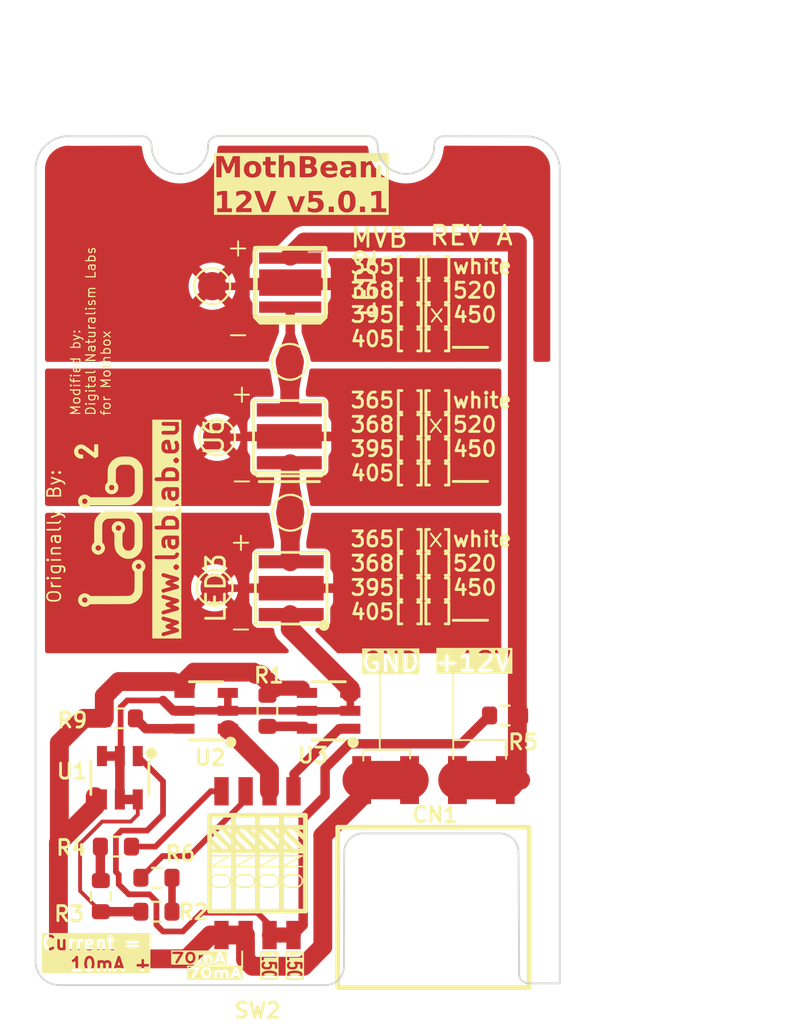
<source format=kicad_pcb>
(kicad_pcb (version 20241229) (generator "pcbnew") (generator_version "9.0")
  (layers (0 "F.Cu" signal) (2 "B.Cu" signal) (13 "F.Paste" user) (15 "B.Paste" user) (5 "F.SilkS" user "F.Silkscreen") (7 "B.SilkS" user "B.Silkscreen") (1 "F.Mask" user) (3 "B.Mask" user) (25 "Edge.Cuts" user))
  (net 0 "")
  (net 1 "/LED-")
  (net 2 "Net-(U3-REXT)")
  (net 3 "/LED+")
  (net 4 "EN")
  (net 5 "GND")
  (net 6 "Net-(R4-Pad2)")
  (net 7 "Net-(U2-REXT)")
  (net 8 "/T1")
  (net 9 "/T2")
  (net 10 "/T3")
  (net 11 "Net-(R6-Pad2)")
  (net 12 "Net-(R2-Pad2)")
  (net 13 "Net-(R3-Pad2)")
  (net 14 "Net-(U2-EN)")
  (net 15 "Net-(U3-EN)")
  (net 16 "Net-(LED2-K-Pad1)")
  (net 17 "Net-(U6-K)")
  (footprint "easyeda2kicad:SW-SMD_8P-L6.7-W5.4-P1.27-LS8.5" (layer "F.Cu") (at 111.011776 68.526537 180)
    (property "Reference" "SW2" (at 0 -7.81 0) (layer "F.SilkS") (effects (font (size 0.8 0.8))))
    (property "Value" "SW_DIP_x04")
    (fp_text user "ON" (at 1.91 -1.52 90) (layer "F.SilkS") (effects (font (thickness 0.08)) (justify left)))
    (fp_text user "ON" (at -0.64 -1.52 90) (layer "F.SilkS") (effects (font (thickness 0.08)) (justify left)))
    (fp_text user "ON" (at -1.91 -1.52 90) (layer "F.SilkS") (effects (font (thickness 0.08)) (justify left)))
    (fp_text user "ON" (at 0.63 -1.52 90) (layer "F.SilkS") (effects (font (thickness 0.08)) (justify left)))
    (pad "1" smd rect (at -1.91 3.81 90) (size 1.5 0.76) (layers "F.Cu" "F.Mask" "F.Paste") (net 15 "Net-(U3-EN)"))
    (pad "2" smd rect (at -0.64 3.81 90) (size 1.5 0.76) (layers "F.Cu" "F.Mask" "F.Paste") (net 14 "Net-(U2-EN)"))
    (pad "3" smd rect (at 0.63 3.81 90) (size 1.5 0.76) (layers "F.Cu" "F.Mask" "F.Paste") (net 11 "Net-(R6-Pad2)"))
    (pad "4" smd rect (at 1.91 3.81 90) (size 1.5 0.76) (layers "F.Cu" "F.Mask" "F.Paste") (net 6 "Net-(R4-Pad2)"))
    (pad "5" smd rect (at 1.91 -3.81 90) (size 1.5 0.76) (layers "F.Cu" "F.Mask" "F.Paste") (net 5 "GND"))
    (pad "6" smd rect (at 0.63 -3.81 90) (size 1.5 0.76) (layers "F.Cu" "F.Mask" "F.Paste") (net 5 "GND"))
    (pad "7" smd rect (at -0.64 -3.81 90) (size 1.5 0.76) (layers "F.Cu" "F.Mask" "F.Paste") (net 4 "EN"))
    (pad "8" smd rect (at -1.91 -3.81 90) (size 1.5 0.76) (layers "F.Cu" "F.Mask" "F.Paste") (net 4 "EN"))
  )
  (footprint "Resistor_SMD:R_0603_1608Metric" (layer "F.Cu") (at 105.65 69.3 180)
    (property "Reference" "R6" (at -1.272231 1.281084 180) (layer "F.SilkS") (effects (font (size 0.8 0.8))))
    (property "Value" "5.1 1/3 W")
    (pad "1" smd roundrect (at -0.825 0 180) (size 0.8 0.95) (layers "F.Cu" "F.Mask" "F.Paste") (net 12 "Net-(R2-Pad2)"))
    (pad "2" smd roundrect (at 0.825 0 180) (size 0.8 0.95) (layers "F.Cu" "F.Mask" "F.Paste") (net 11 "Net-(R6-Pad2)"))
  )
  (footprint "Resistor_SMD:R_0603_1608Metric" (layer "F.Cu") (at 103.709107 60.85 180)
    (property "Reference" "R9" (at 2.520185 -0.097834 180) (layer "F.SilkS") (effects (font (size 0.8 0.8))))
    (property "Value" "5.1 1/3 W")
    (pad "1" smd roundrect (at -0.825 0 180) (size 0.8 0.95) (layers "F.Cu" "F.Mask" "F.Paste") (net 7 "Net-(U2-REXT)"))
    (pad "2" smd roundrect (at 0.825 0 180) (size 0.8 0.95) (layers "F.Cu" "F.Mask" "F.Paste") (net 5 "GND"))
  )
  (footprint "TestPoint:TestPoint_Pad_D1.5mm" (layer "F.Cu") (at 112.75 49.95)
    (property "Reference" "TP1" (hide yes))
    (property "Value" "LED2+")
    (pad "1" smd circle (at 0 0) (size 1.5 1.5) (layers "F.Cu" "F.Mask") (net 17 "Net-(U6-K)"))
  )
  (footprint "TestPoint:TestPoint_Pad_D1.5mm" (layer "F.Cu") (at 108.61 37.94)
    (property "Reference" "TP2" (hide yes))
    (property "Value" "LED2+")
    (pad "1" smd circle (at 0 0) (size 1.5 1.5) (layers "F.Cu" "F.Mask") (net 8 "/T1"))
  )
  (footprint "TestPoint:TestPoint_Pad_D1.5mm" (layer "F.Cu") (at 108.74 53.93)
    (property "Reference" "TP5" (hide yes))
    (property "Value" "LED2+")
    (pad "1" smd circle (at 0 0) (size 1.5 1.5) (layers "F.Cu" "F.Mask") (net 10 "/T3"))
  )
  (footprint "easyeda2kicad:SOT-23-6_L2.9-W1.6-P0.95-LS2.8-BL" (layer "F.Cu") (at 103.709107 64 180)
    (property "Reference" "U1" (at 2.537559 0.341874 0) (layer "F.SilkS") (effects (font (size 0.8 0.8))))
    (property "Value" "BCR421U")
    (pad "1" smd rect (at -0.95 1.15 180) (size 0.53 1.07) (layers "F.Cu" "F.Mask" "F.Paste") (net 4 "EN"))
    (pad "2" smd rect (at 0 1.15 180) (size 0.53 1.07) (layers "F.Cu" "F.Mask" "F.Paste") (net 1 "/LED-"))
    (pad "3" smd rect (at 0.95 1.15 180) (size 0.53 1.07) (layers "F.Cu" "F.Mask" "F.Paste") (net 1 "/LED-"))
    (pad "4" smd rect (at 0.95 -1.15 180) (size 0.53 1.07) (layers "F.Cu" "F.Mask" "F.Paste") (net 5 "GND"))
    (pad "5" smd rect (at 0 -1.15 180) (size 0.53 1.07) (layers "F.Cu" "F.Mask" "F.Paste") (net 1 "/LED-"))
    (pad "6" smd rect (at -0.95 -1.15 180) (size 0.53 1.07) (layers "F.Cu" "F.Mask" "F.Paste") (net 1 "/LED-"))
  )
  (footprint "TestPoint:TestPoint_Pad_D1.5mm" (layer "F.Cu") (at 112.7246 41.95)
    (property "Reference" "TP3" (hide yes))
    (property "Value" "LED2+" (hide yes))
    (pad "1" smd circle (at 0 0) (size 1.5 1.5) (layers "F.Cu" "F.Mask") (net 16 "Net-(LED2-K-Pad1)"))
  )
  (footprint "Resistor_SMD:R_0603_1608Metric" (layer "F.Cu") (at 111.5375 60.45 90)
    (property "Reference" "R1" (at 1.875323 0.076744 180) (layer "F.SilkS") (effects (font (size 0.8 0.8))))
    (property "Value" "5.1 1/3 W")
    (pad "1" smd roundrect (at -0.825 0 90) (size 0.8 0.95) (layers "F.Cu" "F.Mask" "F.Paste") (net 2 "Net-(U3-REXT)"))
    (pad "2" smd roundrect (at 0.825 0 90) (size 0.8 0.95) (layers "F.Cu" "F.Mask" "F.Paste") (net 5 "GND"))
  )
  (footprint "Resistor_SMD:R_0603_1608Metric" (layer "F.Cu") (at 103.5 67.65)
    (property "Reference" "R4" (at -2.375421 0.061806 0) (layer "F.SilkS") (effects (font (size 0.8 0.8))))
    (property "Value" "5.1 1/3 W")
    (pad "1" smd roundrect (at -0.825 0) (size 0.8 0.95) (layers "F.Cu" "F.Mask" "F.Paste") (net 13 "Net-(R3-Pad2)"))
    (pad "2" smd roundrect (at 0.825 0) (size 0.8 0.95) (layers "F.Cu" "F.Mask" "F.Paste") (net 6 "Net-(R4-Pad2)"))
  )
  (footprint "easyeda2kicad:HDR-SMD_4P-P2.54-H-F" (layer "F.Cu") (at 120.35 64.1225)
    (property "Reference" "CN1" (at 0.079908 1.834649 0) (layer "F.SilkS") (effects (font (size 0.8 0.8))))
    (property "Value" "X6511FRS-04-C85D30")
    (pad "1" smd rect (at -3.81 0) (size 1 2.54) (layers "F.Cu" "F.Mask" "F.Paste") (net 5 "GND"))
    (pad "2" smd rect (at -1.27 0) (size 1 2.54) (layers "F.Cu" "F.Mask" "F.Paste") (net 5 "GND"))
    (pad "3" smd rect (at 1.27 0) (size 1 2.54) (layers "F.Cu" "F.Mask" "F.Paste") (net 3 "/LED+"))
    (pad "4" smd rect (at 3.81 0) (size 1 2.54) (layers "F.Cu" "F.Mask" "F.Paste") (net 3 "/LED+"))
  )
  (footprint "Resistor_SMD:R_0603_1608Metric" (layer "F.Cu") (at 124.15 60.7 180)
    (property "Reference" "R5" (at -0.957592 -1.409566 180) (layer "F.SilkS") (effects (font (size 0.8 0.8))))
    (property "Value" "5.1 1/3 W")
    (pad "1" smd roundrect (at -0.825 0 180) (size 0.8 0.95) (layers "F.Cu" "F.Mask" "F.Paste") (net 3 "/LED+"))
    (pad "2" smd roundrect (at 0.825 0 180) (size 0.8 0.95) (layers "F.Cu" "F.Mask" "F.Paste") (net 4 "EN"))
  )
  (footprint "easyeda2kicad:LED-SMD_3P-L3.5-W3.5-R-RD_C9900043159" (layer "F.Cu") (at 112.7 45.9 90)
    (property "Reference" "U6" (at 0 -4 90) (layer "F.SilkS"))
    (property "Value" "JNJ-LEHG0113W120/45MIL/525-530NM")
    (pad "1" smd rect (at 1.4 0 90) (size 0.7 3.45) (layers "F.Cu" "F.Mask" "F.Paste") (net 16 "Net-(LED2-K-Pad1)"))
    (pad "2" smd rect (at 0 0 90) (size 1.3 3.45) (layers "F.Cu" "F.Mask" "F.Paste") (net 9 "/T2"))
    (pad "3" smd rect (at -1.4 0 90) (size 0.7 3.45) (layers "F.Cu" "F.Mask" "F.Paste") (net 17 "Net-(U6-K)"))
  )
  (footprint "easyeda2kicad:LED-SMD_3P-L3.5-W3.5_JNJ-LEJB0111W60" (layer "F.Cu") (at 112.75 37.75 -90)
    (property "Reference" "LED2" (at 0 -4 90) (layer "F.SilkS"))
    (property "Value" "JNJ-LEJB0111W60/26MIL/450-460NM")
    (pad "1" smd rect (at 1.3 0 270) (size 0.6 3.3) (layers "F.Cu" "F.Mask" "F.Paste") (net 16 "Net-(LED2-K-Pad1)"))
    (pad "2" smd rect (at 0 0 270) (size 1.4 3.3) (layers "F.Cu" "F.Mask" "F.Paste") (net 8 "/T1"))
    (pad "3" smd rect (at -1.3 0 270) (size 0.6 3.3) (layers "F.Cu" "F.Mask" "F.Paste") (net 3 "/LED+"))
  )
  (footprint "easyeda2kicad:SOT-23-6_L2.9-W1.6-P0.95-LS2.8-BL" (layer "F.Cu") (at 108.2875 60.45 90)
    (property "Reference" "U2" (at -2.487745 0.215318 180) (layer "F.SilkS") (effects (font (size 0.8 0.8))))
    (property "Value" "BCR421U")
    (pad "1" smd rect (at -0.95 1.15 90) (size 0.53 1.07) (layers "F.Cu" "F.Mask" "F.Paste") (net 14 "Net-(U2-EN)"))
    (pad "2" smd rect (at 0 1.15 90) (size 0.53 1.07) (layers "F.Cu" "F.Mask" "F.Paste") (net 1 "/LED-"))
    (pad "3" smd rect (at 0.95 1.15 90) (size 0.53 1.07) (layers "F.Cu" "F.Mask" "F.Paste") (net 1 "/LED-"))
    (pad "4" smd rect (at 0.95 -1.15 90) (size 0.53 1.07) (layers "F.Cu" "F.Mask" "F.Paste") (net 5 "GND"))
    (pad "5" smd rect (at 0 -1.15 90) (size 0.53 1.07) (layers "F.Cu" "F.Mask" "F.Paste") (net 1 "/LED-"))
    (pad "6" smd rect (at -0.95 -1.15 90) (size 0.53 1.07) (layers "F.Cu" "F.Mask" "F.Paste") (net 7 "Net-(U2-REXT)"))
  )
  (footprint "LabLab:logo_10mm_5mm" (layer "F.Cu") (at 103.14542 50.763703 90)
    (property "Reference" "H1" (hide yes))
    (property "Value" "LabLab Logo" (hide yes))
  )
  (footprint "Resistor_SMD:R_0603_1608Metric" (layer "F.Cu") (at 102.7 70.275 90)
    (property "Reference" "R3" (at -0.940671 -1.684815 180) (layer "F.SilkS") (effects (font (size 0.8 0.8))))
    (property "Value" "5.1 1/3 W")
    (pad "1" smd roundrect (at -0.825 0 90) (size 0.8 0.95) (layers "F.Cu" "F.Mask" "F.Paste") (net 1 "/LED-"))
    (pad "2" smd roundrect (at 0.825 0 90) (size 0.8 0.95) (layers "F.Cu" "F.Mask" "F.Paste") (net 13 "Net-(R3-Pad2)"))
  )
  (footprint "TestPoint:TestPoint_Pad_D1.5mm" (layer "F.Cu") (at 108.87 45.95)
    (property "Reference" "TP4" (hide yes))
    (property "Value" "LED2+")
    (pad "1" smd circle (at 0 0) (size 1.5 1.5) (layers "F.Cu" "F.Mask") (net 9 "/T2"))
  )
  (footprint "easyeda2kicad:LED-SMD_3P-L3.5-W3.5-R-RD-B" (layer "F.Cu") (at 112.8 53.95 90)
    (property "Reference" "LED3" (at 0 -4 90) (layer "F.SilkS"))
    (property "Value" "JNJ-LEJW0113W30/C36MIL/5500-6500K")
    (pad "1" smd rect (at 1.4 0 90) (size 0.7 3.45) (layers "F.Cu" "F.Mask" "F.Paste") (net 17 "Net-(U6-K)"))
    (pad "2" smd rect (at 0 0 90) (size 1.3 3.45) (layers "F.Cu" "F.Mask" "F.Paste") (net 10 "/T3"))
    (pad "3" smd rect (at -1.4 0 90) (size 0.7 3.45) (layers "F.Cu" "F.Mask" "F.Paste") (net 1 "/LED-"))
  )
  (footprint "Resistor_SMD:R_0603_1608Metric" (layer "F.Cu") (at 105.65 71.1)
    (property "Reference" "R2" (at 1.967178 0.011429 180) (layer "F.SilkS") (effects (font (size 0.8 0.8))))
    (property "Value" "5.1 1/3 W")
    (pad "1" smd roundrect (at -0.825 0) (size 0.8 0.95) (layers "F.Cu" "F.Mask" "F.Paste") (net 1 "/LED-"))
    (pad "2" smd roundrect (at 0.825 0) (size 0.8 0.95) (layers "F.Cu" "F.Mask" "F.Paste") (net 12 "Net-(R2-Pad2)"))
  )
  (footprint "easyeda2kicad:SOT-23-6_L2.9-W1.6-P0.95-LS2.8-BL" (layer "F.Cu") (at 114.7875 60.45 90)
    (property "Reference" "U3" (at -2.362654 -0.830741 180) (layer "F.SilkS") (effects (font (size 0.8 0.8))))
    (property "Value" "BCR421U")
    (pad "1" smd rect (at -0.95 1.15 90) (size 0.53 1.07) (layers "F.Cu" "F.Mask" "F.Paste") (net 15 "Net-(U3-EN)"))
    (pad "2" smd rect (at 0 1.15 90) (size 0.53 1.07) (layers "F.Cu" "F.Mask" "F.Paste") (net 1 "/LED-"))
    (pad "3" smd rect (at 0.95 1.15 90) (size 0.53 1.07) (layers "F.Cu" "F.Mask" "F.Paste") (net 1 "/LED-"))
    (pad "4" smd rect (at 0.95 -1.15 90) (size 0.53 1.07) (layers "F.Cu" "F.Mask" "F.Paste") (net 5 "GND"))
    (pad "5" smd rect (at 0 -1.15 90) (size 0.53 1.07) (layers "F.Cu" "F.Mask" "F.Paste") (net 1 "/LED-"))
    (pad "6" smd rect (at -0.95 -1.15 90) (size 0.53 1.07) (layers "F.Cu" "F.Mask" "F.Paste") (net 2 "Net-(U3-REXT)"))
  )
  (gr_line (start 112.85 55.35) (end 112.8 55.4) (stroke (width 0.2)) (layer "F.Cu") (net 1))
  (gr_line (start 121.4 62) (end 124.2 62) (stroke (width 0.1)) (layer "F.SilkS"))
  (gr_line (start 117.5 62.52) (end 116.63 62.52) (stroke (width 0.1)) (layer "F.SilkS"))
  (gr_line (start 116.63 62.52) (end 116.63 63.09) (stroke (width 0.1)) (layer "F.SilkS"))
  (gr_line (start 117.5 58.51) (end 117.5 61.61) (stroke (width 0.1)) (layer "F.SilkS"))
  (gr_line (start 110.199768 74.089612) (end 110.199768 73.204843) (stroke (width 0.1)) (layer "F.SilkS"))
  (gr_line (start 119.11 62.52) (end 119.11 62.98) (stroke (width 0.1)) (layer "F.SilkS"))
  (gr_line (start 124.2 62) (end 124.2 63) (stroke (width 0.1)) (layer "F.SilkS"))
  (gr_line (start 117.5 61.61) (end 117.5 62.52) (stroke (width 0.1)) (layer "F.SilkS"))
  (gr_line (start 121.4 58.41) (end 121.4 63.01) (stroke (width 0.1)) (layer "F.SilkS"))
  (gr_line (start 117.5 62.52) (end 119.11 62.52) (stroke (width 0.1)) (layer "F.SilkS"))
  (gr_arc (start 115.614653 67.951319) (mid 115.909519 67.241205) (end 116.623537 66.950292) (stroke (width 0.1)) (layer "Edge.Cuts"))
  (gr_line (start 126.446121 74.90042) (end 125.350032 74.89862) (stroke (width 0.1)) (layer "Edge.Cuts"))
  (gr_arc (start 116.89 29.99) (mid 117.24148 30.134386) (end 117.389965 30.484154) (stroke (width 0.1)) (layer "Edge.Cuts"))
  (gr_line (start 99.237437 31.7374) (end 99.237437 73.750716) (stroke (width 0.1)) (layer "Edge.Cuts"))
  (gr_line (start 104.888784 29.990003) (end 101.188258 29.999002) (stroke (width 0.1)) (layer "Edge.Cuts"))
  (gr_arc (start 104.888784 29.990003) (mid 105.243553 30.136447) (end 105.39 30.49) (stroke (width 0.1)) (layer "Edge.Cuts"))
  (gr_line (start 114.588612 74.995152) (end 100.4875 74.993719) (stroke (width 0.1)) (layer "Edge.Cuts"))
  (gr_line (start 127.05 32.75) (end 127.05 31.75) (stroke (width 0.1)) (layer "Edge.Cuts"))
  (gr_arc (start 125.350032 74.89862) (mid 125.038703 74.75388) (end 124.892347 74.408397) (stroke (width 0.1)) (layer "Edge.Cuts"))
  (gr_arc (start 120.39 30.49) (mid 120.536447 30.136447) (end 120.891488 29.990002) (stroke (width 0.1)) (layer "Edge.Cuts"))
  (gr_arc (start 108.39 30.49) (mid 106.89 31.99) (end 105.39 30.49) (stroke (width 0.1)) (layer "Edge.Cuts"))
  (gr_arc (start 123.852518 66.950334) (mid 124.573852 67.246886) (end 124.86302 67.936173) (stroke (width 0.1)) (layer "Edge.Cuts"))
  (gr_arc (start 120.390045 30.49) (mid 118.887077 31.990043) (end 117.389968 30.484154) (stroke (width 0.1)) (layer "Edge.Cuts"))
  (gr_arc (start 115.598195 73.997922) (mid 115.303414 74.704194) (end 114.588612 74.995152) (stroke (width 0.1)) (layer "Edge.Cuts"))
  (gr_line (start 100.4875 74.987435) (end 100.4875 74.993719) (stroke (width 0.05)) (layer "Edge.Cuts"))
  (gr_line (start 127.05 74.901412) (end 126.446121 74.90042) (stroke (width 0.1)) (layer "Edge.Cuts"))
  (gr_arc (start 108.39 30.49) (mid 108.536447 30.136447) (end 108.89 29.99) (stroke (width 0.1)) (layer "Edge.Cuts"))
  (gr_line (start 125.3 30) (end 124.25 30) (stroke (width 0.1)) (layer "Edge.Cuts"))
  (gr_line (start 116.623537 66.950292) (end 123.852518 66.950334) (stroke (width 0.1)) (layer "Edge.Cuts"))
  (gr_line (start 120.891488 29.990005) (end 124.25 30) (stroke (width 0.1)) (layer "Edge.Cuts"))
  (gr_line (start 108.89 29.99) (end 116.89 29.99) (stroke (width 0.1)) (layer "Edge.Cuts"))
  (gr_arc (start 125.3 30) (mid 126.537437 30.512563) (end 127.05 31.75) (stroke (width 0.1)) (layer "Edge.Cuts"))
  (gr_line (start 124.86302 67.936173) (end 124.892347 74.408397) (stroke (width 0.1)) (layer "Edge.Cuts"))
  (gr_line (start 127.05 74.901412) (end 127.05 32.75) (stroke (width 0.1)) (layer "Edge.Cuts"))
  (gr_line (start 115.598196 73.997922) (end 115.614653 67.951319) (stroke (width 0.1)) (layer "Edge.Cuts"))
  (gr_arc (start 100.4875 74.987435) (mid 99.60352 74.62128) (end 99.237437 73.750716) (stroke (width 0.1)) (layer "Edge.Cuts"))
  (gr_arc (start 99.237437 31.7374) (mid 99.75 30.5) (end 101.188258 29.999002) (stroke (width 0.1)) (layer "Edge.Cuts"))
  (gr_text "Originally By:" (at 100.64 54.808258 90) (layer "F.SilkS") (effects (font (size 0.7 0.7) (thickness 0.0875)) (justify left bottom)))
  (gr_text "+12V" (at 120.35 58.43 0) (layer "F.SilkS" knockout) (effects (font (size 1 1)) (justify left bottom)))
  (gr_text "[ ]white\n[ ]520\n[ ]450\n[ ]___" (at 119.62 41.21 0) (layer "F.SilkS") (effects (font (size 0.8 0.8)) (justify left bottom)))
  (gr_text "GND" (at 116.46 58.46 0) (layer "F.SilkS" knockout) (effects (font (size 1 1)) (justify left bottom)))
  (gr_text "-" (at 109.45 56.65 0) (layer "F.SilkS") (effects (font (size 1 1) (thickness 0.1)) (justify left bottom)))
  (gr_text "150" (at 112.55 74.75 270) (layer "F.SilkS" knockout) (effects (font (size 0.7 0.5) (thickness 0.125) (bold yes)) (justify right bottom)))
  (gr_text "-" (at 109.3 41.05 0) (layer "F.SilkS") (effects (font (size 1 1) (thickness 0.1)) (justify left bottom)))
  (gr_text "[ ]white\n[ ]520\n[ ]450\n[ ]___" (at 119.62 55.68 0) (layer "F.SilkS") (effects (font (size 0.8 0.8)) (justify left bottom)))
  (gr_text "365[ ]\n368[ ]\n395[ ]\n405[ ]\n" (at 115.87 41.21 0) (layer "F.SilkS") (effects (font (size 0.8 0.8)) (justify left bottom)))
  (gr_text "x" (at 120 45.8 0) (layer "F.SilkS") (effects (font (size 1 1) (thickness 0.1)) (justify left bottom)))
  (gr_text "[ ]white\n[ ]520\n[ ]450\n[ ]___" (at 119.62 48.32 0) (layer "F.SilkS") (effects (font (size 0.8 0.8)) (justify left bottom)))
  (gr_text "70mA" (at 110.25 74.65 0) (layer "F.SilkS" knockout) (effects (font (size 0.5 0.7) (thickness 0.125) (bold yes)) (justify right bottom)))
  (gr_text "-" (at 109.5 48.8 0) (layer "F.SilkS") (effects (font (size 1 1) (thickness 0.1)) (justify left bottom)))
  (gr_text "70mA" (at 109.4 73.85 0) (layer "F.SilkS" knockout) (effects (font (size 0.5 0.7) (thickness 0.125) (bold yes)) (justify right bottom)))
  (gr_text "150" (at 111.2 74.75 270) (layer "F.SilkS" knockout) (effects (font (size 0.7 0.5) (thickness 0.125) (bold yes)) (justify right bottom)))
  (gr_text "+" (at 109.45 52.05 0) (layer "F.SilkS") (effects (font (size 1 1) (thickness 0.1)) (justify left bottom)))
  (gr_text "365[ ]\n368[ ]\n395[ ]\n405[ ]\n" (at 115.87 48.32 0) (layer "F.SilkS") (effects (font (size 0.8 0.8)) (justify left bottom)))
  (gr_text "Modified by: \nDigital Naturalism Labs\nfor Mothbox" (at 103.26 44.84 90) (layer "F.SilkS") (effects (font (size 0.5 0.5) (thickness 0.0625)) (justify left bottom)))
  (gr_text "+" (at 109.3 36.45 0) (layer "F.SilkS") (effects (font (size 1 1) (thickness 0.1)) (justify left bottom)))
  (gr_text "+" (at 109.5 44.2 0) (layer "F.SilkS") (effects (font (size 1 1) (thickness 0.1)) (justify left bottom)))
  (gr_text "REV A" (at 120.07 35.84 0) (layer "F.SilkS") (effects (font (size 1 1)) (justify left bottom)))
  (gr_text "x" (at 120 51.85 0) (layer "F.SilkS") (effects (font (size 1 1) (thickness 0.1)) (justify left bottom)))
  (gr_text "365[ ]\n368[ ]\n395[ ]\n405[ ]\n" (at 115.87 55.68 0) (layer "F.SilkS") (effects (font (size 0.8 0.8)) (justify left bottom)))
  (gr_text "www.lablab.eu" (at 106.89542 50.763703 90) (layer "F.SilkS" knockout) (effects (font (size 1.1 1.1) (thickness 0.2) (bold yes)) (justify bottom)))
  (gr_text "MothBeam\n12V v5.0.1" (at 108.69 34.2 0) (layer "F.SilkS" knockout) (effects (font (size 1.1 1.1) (thickness 0.25) (bold yes)) (justify left bottom)))
  (gr_text "MVB" (at 115.87 35.96 0) (layer "F.SilkS") (effects (font (size 1 1)) (justify left bottom)))
  (gr_text "Current = \n10mA +" (at 105.45 74.3 0) (layer "F.SilkS" knockout) (effects (font (size 0.7 0.7) (thickness 0.14) (bold yes)) (justify right bottom)))
  (gr_text "x" (at 120.05 39.95 0) (layer "F.SilkS") (effects (font (size 1 1) (thickness 0.1)) (justify left bottom)))
  (segment (start 102.774879 66.321067) (end 104.288039 66.321067) (width 0.2032) (layer "F.Cu") (net 1))
  (segment (start 104.825 71.1) (end 102.7 71.1) (width 0.5) (layer "F.Cu") (net 1))
  (segment (start 103.75 60.25) (end 104.1 59.9) (width 0.3048) (layer "F.Cu") (net 1))
  (segment (start 102.7 71.1) (end 101.6 70) (width 0.2032) (layer "F.Cu") (net 1))
  (segment (start 109.4375 60.45) (end 109.4375 59.5) (width 0.4) (layer "F.Cu") (net 1))
  (segment (start 103.75 62.809107) (end 103.75 60.25) (width 0.3048) (layer "F.Cu") (net 1))
  (segment (start 109.4375 60.45) (end 113.6375 60.45) (width 0.4) (layer "F.Cu") (net 1))
  (segment (start 101.6 67.495946) (end 102.774879 66.321067) (width 0.2032) (layer "F.Cu") (net 1))
  (segment (start 115.9375 59.5) (end 115.9375 59.2875) (width 1) (layer "F.Cu") (net 1))
  (segment (start 112.75 56.1) (end 112.75 55.35) (width 1) (layer "F.Cu") (net 1))
  (segment (start 103.709107 65.15) (end 103.709107 62.85) (width 0.5) (layer "F.Cu") (net 1))
  (segment (start 106 59.9) (end 106.55 60.45) (width 0.5) (layer "F.Cu") (net 1))
  (segment (start 103.709107 65.15) (end 104.659107 65.15) (width 0.5) (layer "F.Cu") (net 1))
  (segment (start 104.288039 66.321067) (end 104.659107 65.949999) (width 0.2032) (layer "F.Cu") (net 1))
  (segment (start 104.1 59.9) (end 106 59.9) (width 0.3048) (layer "F.Cu") (net 1))
  (segment (start 115.9375 59.2875) (end 112.75 56.1) (width 1) (layer "F.Cu") (net 1))
  (segment (start 102.759107 62.85) (end 103.709107 62.85) (width 0.5) (layer "F.Cu") (net 1))
  (segment (start 104.659107 65.949999) (end 104.659107 65.15) (width 0.2032) (layer "F.Cu") (net 1))
  (segment (start 113.6375 60.45) (end 115.9375 60.45) (width 0.4) (layer "F.Cu") (net 1))
  (segment (start 115.9375 60.45) (end 115.9375 59.5) (width 0.4) (layer "F.Cu") (net 1))
  (segment (start 101.6 70) (end 101.6 67.495946) (width 0.2032) (layer "F.Cu") (net 1))
  (segment (start 106.55 60.45) (end 107.1375 60.45) (width 0.5) (layer "F.Cu") (net 1))
  (segment (start 107.1375 60.45) (end 109.4375 60.45) (width 0.4) (layer "F.Cu") (net 1))
  (segment (start 111.5375 61.275) (end 113.5125 61.275) (width 0.5) (layer "F.Cu") (net 2))
  (segment (start 124.9725 64.1225) (end 124.16 64.1225) (width 1) (layer "F.Cu") (net 3))
  (segment (start 124.16 64.1225) (end 121.62 64.1225) (width 2.032) (layer "F.Cu") (net 3))
  (segment (start 113.5 35.6) (end 124.8 35.6) (width 1) (layer "F.Cu") (net 3))
  (segment (start 124.8 63.95) (end 124.9725 64.1225) (width 1) (layer "F.Cu") (net 3))
  (segment (start 124.8 35.6) (end 124.8 63.95) (width 1) (layer "F.Cu") (net 3))
  (segment (start 112.75 36.35) (end 113.5 35.6) (width 1) (layer "F.Cu") (net 3))
  (segment (start 111.646776 71.796776) (end 111 71.15) (width 0.3048) (layer "F.Cu") (net 4))
  (segment (start 106 72.15) (end 105.65 71.8) (width 0.3048) (layer "F.Cu") (net 4))
  (segment (start 103.65 69.136832) (end 103.5 68.986832) (width 0.3048) (layer "F.Cu") (net 4))
  (segment (start 107.05 72.15) (end 106 72.15) (width 0.3048) (layer "F.Cu") (net 4))
  (segment (start 103.65 69.65) (end 103.65 69.136832) (width 0.3048) (layer "F.Cu") (net 4))
  (segment (start 106 65.95) (end 106 64.190893) (width 0.3048) (layer "F.Cu") (net 4))
  (segment (start 113.435109 66.140746) (end 114.6 64.975855) (width 0.5) (layer "F.Cu") (net 4))
  (segment (start 112.916776 72.336537) (end 111.646776 72.336537) (width 0.8) (layer "F.Cu") (net 4))
  (segment (start 113.435109 71.818204) (end 113.435109 66.140746) (width 0.5) (layer "F.Cu") (net 4))
  (segment (start 114.6 63.5) (end 115.9 62.2) (width 0.5) (layer "F.Cu") (net 4))
  (segment (start 105.15 66.8) (end 106 65.95) (width 0.3048) (layer "F.Cu") (net 4))
  (segment (start 112.916776 72.336537) (end 113.435109 71.818204) (width 0.5) (layer "F.Cu") (net 4))
  (segment (start 103.5 67.1) (end 103.8 66.8) (width 0.3048) (layer "F.Cu") (net 4))
  (segment (start 103.5 68.986832) (end 103.5 67.1) (width 0.3048) (layer "F.Cu") (net 4))
  (segment (start 121.825 62.2) (end 123.325 60.7) (width 0.5) (layer "F.Cu") (net 4))
  (segment (start 105.65 70.55) (end 105.280199 70.180199) (width 0.3048) (layer "F.Cu") (net 4))
  (segment (start 108.05 71.15) (end 107.05 72.15) (width 0.3048) (layer "F.Cu") (net 4))
  (segment (start 103.8 66.8) (end 105.15 66.8) (width 0.3048) (layer "F.Cu") (net 4))
  (segment (start 104.180199 70.180199) (end 103.65 69.65) (width 0.3048) (layer "F.Cu") (net 4))
  (segment (start 106 64.190893) (end 104.659107 62.85) (width 0.3048) (layer "F.Cu") (net 4))
  (segment (start 105.280199 70.180199) (end 104.180199 70.180199) (width 0.3048) (layer "F.Cu") (net 4))
  (segment (start 105.65 71.8) (end 105.65 70.55) (width 0.3048) (layer "F.Cu") (net 4))
  (segment (start 111.646776 72.336537) (end 111.646776 71.796776) (width 0.3048) (layer "F.Cu") (net 4))
  (segment (start 115.9 62.2) (end 121.825 62.2) (width 0.5) (layer "F.Cu") (net 4))
  (segment (start 114.6 64.975855) (end 114.6 63.5) (width 0.5) (layer "F.Cu") (net 4))
  (segment (start 111 71.15) (end 108.05 71.15) (width 0.3048) (layer "F.Cu") (net 4))
  (segment (start 114.480126 67.079178) (end 114.480126 72.953424) (width 1) (layer "F.Cu") (net 5))
  (segment (start 116.54 65.01) (end 114.475474 67.074526) (width 1) (layer "F.Cu") (net 5))
  (segment (start 107.25 73.6) (end 100.75 73.6) (width 1) (layer "F.Cu") (net 5))
  (segment (start 100.45 67.459107) (end 102.4 65.509107) (width 1) (layer "F.Cu") (net 5))
  (segment (start 110.376776 73.626776) (end 110.380999 73.626776) (width 1) (layer "F.Cu") (net 5))
  (segment (start 103.65 58.9) (end 106.5375 58.9) (width 1) (layer "F.Cu") (net 5))
  (segment (start 110.918187 58.518187) (end 110.8 58.4) (width 1) (layer "F.Cu") (net 5))
  (segment (start 114.480126 72.953424) (end 113.908381 73.525168) (width 1) (layer "F.Cu") (net 5))
  (segment (start 100.75 73.6) (end 100.55 73.4) (width 1) (layer "F.Cu") (net 5))
  (segment (start 119.08 64.1225) (end 116.54 64.1225) (width 2.032) (layer "F.Cu") (net 5))
  (segment (start 114.475474 67.074526) (end 114.480126 67.079178) (width 1) (layer "F.Cu") (net 5))
  (segment (start 102.884107 59.665893) (end 103.65 58.9) (width 1) (layer "F.Cu") (net 5))
  (segment (start 100.55 73.3) (end 100.45 73.2) (width 1) (layer "F.Cu") (net 5))
  (segment (start 109.106776 72.336537) (end 108.513463 72.336537) (width 1) (layer "F.Cu") (net 5))
  (segment (start 108.513463 72.336537) (end 107.25 73.6) (width 1) (layer "F.Cu") (net 5))
  (segment (start 100.5 62.15) (end 100.5 67.409107) (width 1) (layer "F.Cu") (net 5))
  (segment (start 100.5 67.409107) (end 100.45 67.459107) (width 1) (layer "F.Cu") (net 5))
  (segment (start 100.55 73.4) (end 100.55 73.3) (width 1) (layer "F.Cu") (net 5))
  (segment (start 113.450237 73.993529) (end 110.746273 73.99205) (width 1) (layer "F.Cu") (net 5))
  (segment (start 110.376776 73.626776) (end 110.376776 72.591537) (width 1) (layer "F.Cu") (net 5))
  (segment (start 102.884107 60.85) (end 102.884107 59.665893) (width 1) (layer "F.Cu") (net 5))
  (segment (start 101.8 60.85) (end 100.5 62.15) (width 1) (layer "F.Cu") (net 5))
  (segment (start 113.908381 73.525168) (end 113.908381 73.535385) (width 1) (layer "F.Cu") (net 5))
  (segment (start 100.45 73.2) (end 100.45 67.459107) (width 1) (layer "F.Cu") (net 5))
  (segment (start 107.65 58.4) (end 107.2 58.85) (width 1) (layer "F.Cu") (net 5))
  (segment (start 110.380999 73.626776) (end 110.746273 73.99205) (width 1) (layer "F.Cu") (net 5))
  (segment (start 107.2 58.85) (end 107.2 59.15) (width 1) (layer "F.Cu") (net 5))
  (segment (start 109.106776 72.336537) (end 110.376776 72.336537) (width 1) (layer "F.Cu") (net 5))
  (segment (start 102.884107 60.85) (end 101.8 60.85) (width 1) (layer "F.Cu") (net 5))
  (segment (start 116.54 64.1225) (end 116.54 65.01) (width 1) (layer "F.Cu") (net 5))
  (segment (start 102.4 65.509107) (end 102.4 65) (width 1) (layer "F.Cu") (net 5))
  (segment (start 111.180687 58.518187) (end 110.918187 58.518187) (width 1) (layer "F.Cu") (net 5))
  (segment (start 113.908381 73.535385) (end 113.450237 73.993529) (width 1) (layer "F.Cu") (net 5))
  (segment (start 111.9125 59.25) (end 113.3875 59.25) (width 0.8) (layer "F.Cu") (net 5))
  (segment (start 111.9125 59.25) (end 111.180687 58.518187) (width 1) (layer "F.Cu") (net 5))
  (segment (start 110.8 58.4) (end 107.65 58.4) (width 1) (layer "F.Cu") (net 5))
  (segment (start 104.325 67.65) (end 105.6 67.65) (width 0.3048) (layer "F.Cu") (net 6))
  (segment (start 105.6 67.65) (end 108.533463 64.716537) (width 0.3048) (layer "F.Cu") (net 6))
  (segment (start 108.533463 64.716537) (end 109.106776 64.716537) (width 0.3048) (layer "F.Cu") (net 6))
  (segment (start 105.084107 61.4) (end 104.534107 60.85) (width 0.5) (layer "F.Cu") (net 7))
  (segment (start 107.1375 61.4) (end 105.084107 61.4) (width 0.5) (layer "F.Cu") (net 7))
  (segment (start 116.25 37.95) (end 112.75 37.95) (width 0.4) (layer "F.Cu") (net 8))
  (segment (start 112.75 37.95) (end 108.5 37.95) (width 0.4) (layer "F.Cu") (net 8))
  (segment (start 116.25 45.95) (end 112.75 45.95) (width 0.4) (layer "F.Cu") (net 9))
  (segment (start 112.75 45.95) (end 109.5 45.95) (width 0.4) (layer "F.Cu") (net 9))
  (segment (start 116.25 53.95) (end 112.75 53.95) (width 0.4) (layer "F.Cu") (net 10))
  (segment (start 112.75 53.95) (end 109.25 53.95) (width 0.4) (layer "F.Cu") (net 10))
  (segment (start 110.376776 65.173224) (end 107.4 68.15) (width 0.3048) (layer "F.Cu") (net 11))
  (segment (start 105.975 68.15) (end 104.825 69.3) (width 0.3048) (layer "F.Cu") (net 11))
  (segment (start 110.376776 64.971537) (end 110.376776 65.173224) (width 0.3048) (layer "F.Cu") (net 11))
  (segment (start 107.4 68.15) (end 105.975 68.15) (width 0.3048) (layer "F.Cu") (net 11))
  (segment (start 106.475 71.1) (end 106.475 69.5) (width 0.4) (layer "F.Cu") (net 12))
  (segment (start 102.675 67.65) (end 102.675 69.425) (width 0.5) (layer "F.Cu") (net 13))
  (segment (start 102.675 69.425) (end 102.7 69.45) (width 0.5) (layer "F.Cu") (net 13))
  (segment (start 111.646776 64.716537) (end 111.646776 63.609276) (width 1) (layer "F.Cu") (net 14))
  (segment (start 111.646776 63.609276) (end 109.4885 61.451) (width 1) (layer "F.Cu") (net 14))
  (segment (start 109.4885 61.451) (end 109.4375 61.451) (width 1) (layer "F.Cu") (net 14))
  (segment (start 112.954276 63.795724) (end 112.954276 64.679037) (width 0.5) (layer "F.Cu") (net 15))
  (segment (start 112.954276 63.795724) (end 115.35 61.4) (width 0.5) (layer "F.Cu") (net 15))
  (segment (start 112.954276 64.679037) (end 112.916776 64.716537) (width 0.5) (layer "F.Cu") (net 15))
  (segment (start 115.35 61.4) (end 115.65 61.4) (width 0.5) (layer "F.Cu") (net 15))
  (segment (start 112.7246 41.95) (end 112.7246 44.0754) (width 1) (layer "F.Cu") (net 16))
  (segment (start 112.75 39.335) (end 112.75 41.9246) (width 0.5) (layer "F.Cu") (net 16))
  (segment (start 112.7246 44.0754) (end 112.7 44.1) (width 1) (layer "F.Cu") (net 16))
  (segment (start 112.6088 49.4038) (end 112.7246 49.288) (width 0.25) (layer "F.Cu") (net 17))
  (segment (start 112.75 47.35) (end 112.75 49.95) (width 1) (layer "F.Cu") (net 17))
  (segment (start 112.75 49.95) (end 112.75 52.55) (width 1) (layer "F.Cu") (net 17))
  (zone (net 9) (net_name "/T2") (layer "F.Cu") (connect_pads (clearance 0.35)) (min_thickness 0.25) (fill yes (thermal_gap 0.5) (thermal_bridge_width 0.5) (smoothing chamfer))
    (polygon (pts (xy 127.55 41.95) (xy 127.55 49.95) (xy 97.6 49.95) (xy 97.6 41.95)))
  )
  (zone (net 8) (net_name "/T1") (layer "F.Cu") (connect_pads (clearance 0.35)) (min_thickness 0.25) (fill yes (thermal_gap 0.5) (thermal_bridge_width 0.5) (smoothing chamfer))
    (polygon (pts (xy 126.85 28.9) (xy 126.85 41.95) (xy 98 41.95) (xy 98 28.9)))
  )
  (zone (net 10) (net_name "/T3") (layer "F.Cu") (connect_pads (clearance 0.35)) (min_thickness 0.25) (fill yes (thermal_gap 0.5) (thermal_bridge_width 0.5) (smoothing chamfer))
    (polygon (pts (xy 127.85 49.95) (xy 127.85 57.4) (xy 97.35 57.4) (xy 97.35 49.95)))
  )
)
</source>
